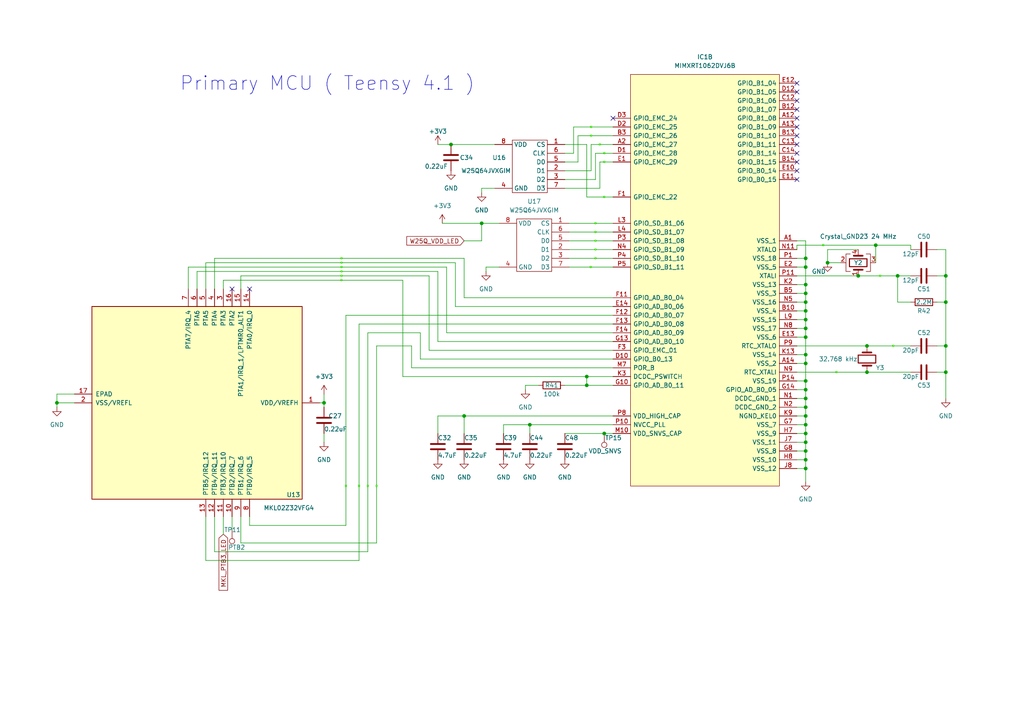
<source format=kicad_sch>
(kicad_sch (version 20231120) (generator "eeschema") (generator_version "8.0")
  (paper "A4")
  (lib_symbols
    (symbol "Connector:TestPoint" (pin_numbers hide) (pin_names (offset 0.762) hide)
      (property "Reference" "TP" (at 0 6.858 0))
      (property "Value" "TestPoint" (at 0 5.08 0))
      (symbol "TestPoint_0_1"
        (circle (center 0 3.302) (radius 0.762))
      )
      (symbol "TestPoint_1_1"
        (pin passive line (at 0 0 90) (length 2.54) (name "1") (number "1"))
      )
    )
    (symbol "Device:C" (pin_numbers hide) (pin_names (offset 0.254))
      (property "Reference" "C" (at 0.635 2.54 0))
      (property "Value" "C" (at 0.635 -2.54 0))
      (symbol "C_0_1"
        (polyline (pts (xy -2.032 -0.762) (xy 2.032 -0.762)) (stroke (width 0.508)))
        (polyline (pts (xy -2.032 0.762) (xy 2.032 0.762)) (stroke (width 0.508)))
      )
      (symbol "C_1_1"
        (pin passive line (at 0 3.81 270) (length 2.794) (name "~") (number "1"))
        (pin passive line (at 0 -3.81 90) (length 2.794) (name "~") (number "2"))
      )
    )
    (symbol "Device:Crystal" (pin_numbers hide) (pin_names (offset 1.016) hide)
      (property "Reference" "Y" (at 0 3.81 0))
      (property "Value" "Crystal" (at 0 -3.81 0))
      (symbol "Crystal_0_1"
        (rectangle (start -1.143 2.54) (end 1.143 -2.54) (stroke (width 0.3048)))
        (polyline (pts (xy -2.54 0) (xy -1.905 0)))
        (polyline (pts (xy -1.905 -1.27) (xy -1.905 1.27)) (stroke (width 0.508)))
        (polyline (pts (xy 1.905 -1.27) (xy 1.905 1.27)) (stroke (width 0.508)))
        (polyline (pts (xy 2.54 0) (xy 1.905 0)))
      )
      (symbol "Crystal_1_1"
        (pin passive line (at -3.81 0 0) (length 1.27) (name "1") (number "1"))
        (pin passive line (at 3.81 0 180) (length 1.27) (name "2") (number "2"))
      )
    )
    (symbol "Device:Crystal_GND23" (pin_names (offset 1.016) hide)
      (property "Reference" "Y" (at 3.175 5.08 0))
      (property "Value" "Crystal_GND23" (at 3.175 3.175 0))
      (symbol "Crystal_GND23_0_1"
        (rectangle (start -1.143 2.54) (end 1.143 -2.54) (stroke (width 0.3048)))
        (polyline (pts (xy -2.54 0) (xy -2.032 0)))
        (polyline (pts (xy -2.032 -1.27) (xy -2.032 1.27)) (stroke (width 0.508)))
        (polyline (pts (xy 0 -3.81) (xy 0 -3.556)))
        (polyline (pts (xy 0 3.556) (xy 0 3.81)))
        (polyline (pts (xy 2.032 -1.27) (xy 2.032 1.27)) (stroke (width 0.508)))
        (polyline (pts (xy 2.032 0) (xy 2.54 0)))
        (polyline (pts (xy -2.54 -2.286) (xy -2.54 -3.556) (xy 2.54 -3.556) (xy 2.54 -2.286)))
        (polyline (pts (xy -2.54 2.286) (xy -2.54 3.556) (xy 2.54 3.556) (xy 2.54 2.286)))
      )
      (symbol "Crystal_GND23_1_1"
        (pin passive line (at -3.81 0 0) (length 1.27) (name "1") (number "1"))
        (pin passive line (at 0 5.08 270) (length 1.27) (name "2") (number "2"))
        (pin passive line (at 0 -5.08 90) (length 1.27) (name "3") (number "3"))
        (pin passive line (at 3.81 0 180) (length 1.27) (name "4") (number "4"))
      )
    )
    (symbol "Device:R" (pin_numbers hide) (pin_names (offset 0))
      (property "Reference" "R" (at 2.032 0 90))
      (property "Value" "R" (at 0 0 90))
      (symbol "R_0_1"
        (rectangle (start -1.016 -2.54) (end 1.016 2.54) (stroke (width 0.254)))
      )
      (symbol "R_1_1"
        (pin passive line (at 0 3.81 270) (length 1.27) (name "~") (number "1"))
        (pin passive line (at 0 -3.81 90) (length 1.27) (name "~") (number "2"))
      )
    )
    (symbol "MCU_NXP_Kinetis:MKL02Z32VFG4" (pin_names (offset 1.016))
      (property "Reference" "U" (at -27.94 31.115 0))
      (property "Value" "MKL02Z32VFG4" (at 27.94 31.115 0))
      (symbol "MKL02Z32VFG4_0_1"
        (rectangle (start -27.94 30.48) (end 27.94 -30.48) (stroke (width 0.254)) (fill (type background)))
      )
      (symbol "MKL02Z32VFG4_1_1"
        (pin power_in line (at 0 35.56 270) (length 5.08) (name "VDD/VREFH") (number "1"))
        (pin bidirectional line (at 33.02 10.16 180) (length 5.08) (name "PTB2/IRQ_7") (number "10"))
        (pin bidirectional line (at 33.02 7.62 180) (length 5.08) (name "PTB3/IRQ_10") (number "11"))
        (pin bidirectional line (at 33.02 5.08 180) (length 5.08) (name "PTB4/IRQ_11") (number "12"))
        (pin bidirectional line (at 33.02 2.54 180) (length 5.08) (name "PTB5/IRQ_12") (number "13"))
        (pin bidirectional line (at -33.02 15.24 0) (length 5.08) (name "PTA0/IRQ_0") (number "14"))
        (pin bidirectional line (at -33.02 12.7 0) (length 5.08) (name "PTA1/IRQ_1/LPTMR0_ALT1") (number "15"))
        (pin bidirectional line (at -33.02 10.16 0) (length 5.08) (name "PTA2") (number "16"))
        (pin power_in line (at -2.54 -35.56 90) (length 5.08) (name "EPAD") (number "17"))
        (pin power_in line (at 0 -35.56 90) (length 5.08) (name "VSS/VREFL") (number "2"))
        (pin bidirectional line (at -33.02 7.62 0) (length 5.08) (name "PTA3") (number "3"))
        (pin bidirectional line (at -33.02 5.08 0) (length 5.08) (name "PTA4") (number "4"))
        (pin bidirectional line (at -33.02 2.54 0) (length 5.08) (name "PTA5") (number "5"))
        (pin bidirectional line (at -33.02 0 0) (length 5.08) (name "PTA6") (number "6"))
        (pin bidirectional line (at -33.02 -2.54 0) (length 5.08) (name "PTA7/IRQ_4") (number "7"))
        (pin bidirectional line (at 33.02 15.24 180) (length 5.08) (name "PTB0/IRQ_5") (number "8"))
        (pin bidirectional line (at 33.02 12.7 180) (length 5.08) (name "PTB1/IRQ_6") (number "9"))
      )
    )
    (symbol "MIMXRT1062DVJ6B:MIMXRT1062DVJ6B Teensy Split" (pin_names (offset 0.762))
      (property "Reference" "IC" (at 30.48 29.21 0))
      (property "Value" "MIMXRT1062DVJ6B" (at 30.48 26.67 0))
      (symbol "MIMXRT1062DVJ6B Teensy Split_1_0"
        (pin passive line (at 36.83 -50.8 180) (length 5.08) (name "GPIO_B0_11") (number "A10"))
        (pin passive line (at 36.83 -53.34 180) (length 5.08) (name "GPIO_B1_00") (number "A11"))
        (pin passive line (at -16.51 -78.74 0) (length 5.08) (name "GPIO_EMC_40") (number "A7"))
        (pin passive line (at 36.83 -55.88 180) (length 5.08) (name "GPIO_B1_01") (number "B11"))
        (pin passive line (at 36.83 -115.57 180) (length 5.08) (name "GPIO_B0_12") (number "C10"))
        (pin passive line (at 36.83 -125.73 180) (length 5.08) (name "GPIO_B1_02") (number "C11"))
        (pin passive line (at 36.83 -113.03 180) (length 5.08) (name "GPIO_EMC_36") (number "C3"))
        (pin passive line (at 36.83 -107.95 180) (length 5.08) (name "GPIO_EMC_31") (number "C5"))
        (pin passive line (at 36.83 -128.27 180) (length 5.08) (name "GPIO_B1_03") (number "D11"))
        (pin passive line (at 36.83 -123.19 180) (length 5.08) (name "GPIO_B1_12") (number "D13"))
        (pin passive line (at 36.83 -120.65 180) (length 5.08) (name "GPIO_B1_13") (number "D14"))
        (pin passive line (at 36.83 -105.41 180) (length 5.08) (name "GPIO_EMC_32") (number "D5"))
        (pin passive line (at 36.83 -48.26 180) (length 5.08) (name "GPIO_B0_00") (number "D7"))
        (pin passive line (at 36.83 -26.67 180) (length 5.08) (name "GPIO_B0_03") (number "D8"))
        (pin passive line (at 36.83 -58.42 180) (length 5.08) (name "GPIO_B0_10") (number "D9"))
        (pin passive line (at 36.83 -110.49 180) (length 5.08) (name "GPIO_EMC_37") (number "E4"))
        (pin passive line (at -16.51 -36.83 0) (length 5.08) (name "NVCC_EMC_1") (number "E6"))
        (pin passive line (at 36.83 -43.18 180) (length 5.08) (name "GPIO_B0_01") (number "E7"))
        (pin passive line (at 36.83 -45.72 180) (length 5.08) (name "GPIO_B0_02") (number "E8"))
        (pin passive line (at -16.51 -26.67 0) (length 5.08) (name "NVCC_GPIO_1") (number "E9"))
        (pin passive line (at -16.51 -29.21 0) (length 5.08) (name "NVCC_GPIO_2") (number "F10"))
        (pin passive line (at 36.83 -68.58 180) (length 5.08) (name "GPIO_EMC_04") (number "F2"))
        (pin passive line (at -16.51 -34.29 0) (length 5.08) (name "NVCC_EMC_2") (number "F5"))
        (pin passive line (at -16.51 -118.11 0) (length 5.08) (name "VDD_SOC_IN_1") (number "F6"))
        (pin passive line (at -16.51 -125.73 0) (length 5.08) (name "VDD_SOC_IN_2") (number "F7"))
        (pin passive line (at -16.51 -128.27 0) (length 5.08) (name "VDD_SOC_IN_3") (number "F8"))
        (pin passive line (at -16.51 -130.81 0) (length 5.08) (name "VDD_SOC_IN_4") (number "F9"))
        (pin passive line (at 36.83 -73.66 180) (length 5.08) (name "GPIO_AD_B0_03") (number "G11"))
        (pin passive line (at 36.83 -100.33 180) (length 5.08) (name "GPIO_AD_B1_14") (number "G12"))
        (pin passive line (at 36.83 -66.04 180) (length 5.08) (name "GPIO_EMC_05") (number "G5"))
        (pin passive line (at -16.51 -120.65 0) (length 5.08) (name "VDD_SOC_IN_5") (number "G6"))
        (pin passive line (at -16.51 -133.35 0) (length 5.08) (name "VDD_SOC_IN_6") (number "G9"))
        (pin passive line (at 36.83 -130.81 180) (length 5.08) (name "GPIO_AD_B1_13") (number "H11"))
        (pin passive line (at 36.83 -133.35 180) (length 5.08) (name "GPIO_AD_B1_12") (number "H12"))
        (pin passive line (at 36.83 -3.81 180) (length 5.08) (name "GPIO_AD_B1_08") (number "H13"))
        (pin passive line (at -16.51 -165.1 0) (length 5.08) (name "GPIO_SD_B0_04") (number "H2"))
        (pin passive line (at 36.83 -60.96 180) (length 5.08) (name "GPIO_EMC_08") (number "H3"))
        (pin passive line (at 36.83 -118.11 180) (length 5.08) (name "GPIO_EMC_07") (number "H4"))
        (pin passive line (at 36.83 -63.5 180) (length 5.08) (name "GPIO_EMC_06") (number "H5"))
        (pin passive line (at -16.51 -123.19 0) (length 5.08) (name "VDD_SOC_IN_7") (number "H6"))
        (pin passive line (at -16.51 -135.89 0) (length 5.08) (name "VDD_SOC_IN_8") (number "H9"))
        (pin passive line (at -16.51 -177.8 0) (length 5.08) (name "GPIO_SD_B0_02") (number "J1"))
        (pin passive line (at -16.51 -31.75 0) (length 5.08) (name "NVCC_GPIO_3") (number "J10"))
        (pin passive line (at 36.83 -11.43 180) (length 5.08) (name "GPIO_AD_B1_00") (number "J11"))
        (pin passive line (at 36.83 -16.51 180) (length 5.08) (name "GPIO_AD_B1_06") (number "J12"))
        (pin passive line (at 36.83 -6.35 180) (length 5.08) (name "GPIO_AD_B1_11") (number "J13"))
        (pin passive line (at 36.83 -102.87 180) (length 5.08) (name "GPIO_AD_B1_15") (number "J14"))
        (pin passive line (at -16.51 -167.64 0) (length 5.08) (name "GPIO_SD_B0_05") (number "J2"))
        (pin passive line (at -16.51 -173.99 0) (length 5.08) (name "GPIO_SD_B0_01") (number "J3"))
        (pin passive line (at -16.51 -170.18 0) (length 5.08) (name "GPIO_SD_B0_00") (number "J4"))
        (pin passive line (at -16.51 -140.97 0) (length 5.08) (name "DCDC_SENSE") (number "J5"))
        (pin passive line (at -16.51 -39.37 0) (length 5.08) (name "NVCC_SD0") (number "J6"))
        (pin passive line (at -16.51 -138.43 0) (length 5.08) (name "VDD_SOC_IN_9") (number "J9"))
        (pin passive line (at -16.51 -180.34 0) (length 5.08) (name "GPIO_SD_B0_03") (number "K1"))
        (pin passive line (at 36.83 -19.05 180) (length 5.08) (name "GPIO_AD_B1_07") (number "K10"))
        (pin passive line (at 36.83 -13.97 180) (length 5.08) (name "GPIO_AD_B1_01") (number "K11"))
        (pin passive line (at 36.83 -138.43 180) (length 5.08) (name "GPIO_AD_B1_05") (number "K12"))
        (pin passive line (at 36.83 -95.25 180) (length 5.08) (name "GPIO_AD_B0_12") (number "K14"))
        (pin passive line (at -16.51 -44.45 0) (length 5.08) (name "DCDC__IN_Q") (number "K4"))
        (pin passive line (at -16.51 -41.91 0) (length 5.08) (name "NVCC_SD1") (number "K5"))
        (pin passive line (at -16.51 -11.43 0) (length 5.08) (name "PMIC_ON_REQ") (number "K7"))
        (pin passive line (at -16.51 -151.13 0) (length 5.08) (name "VDD_USB_CAP") (number "K8"))
        (pin passive line (at -16.51 -64.77 0) (length 5.08) (name "DCDC_IN_1") (number "L1"))
        (pin passive line (at 36.83 -24.13 180) (length 5.08) (name "GPIO_AD_B1_02") (number "L11"))
        (pin passive line (at 36.83 -135.89 180) (length 5.08) (name "GPIO_AD_B1_04") (number "L12"))
        (pin passive line (at 36.83 -8.89 180) (length 5.08) (name "GPIO_AD_B1_10") (number "L13"))
        (pin passive line (at 36.83 -97.79 180) (length 5.08) (name "GPIO_AD_B0_13") (number "L14"))
        (pin passive line (at -16.51 -67.31 0) (length 5.08) (name "DCDC_IN_2") (number "L2"))
        (pin passive line (at -16.51 -55.88 0) (length 5.08) (name "USB_OTG1_DP") (number "L8"))
        (pin passive line (at -16.51 -88.9 0) (length 5.08) (name "DCDC_LP_1") (number "M1"))
        (pin passive line (at 36.83 -71.12 180) (length 5.08) (name "GPIO_AD_B0_02") (number "M11"))
        (pin passive line (at 36.83 -21.59 180) (length 5.08) (name "GPIO_AD_B1_03") (number "M12"))
        (pin passive line (at 36.83 -1.27 180) (length 5.08) (name "GPIO_AD_B1_09") (number "M13"))
        (pin passive line (at 36.83 -156.21 180) (length 5.08) (name "GPIO_AD_B0_00") (number "M14"))
        (pin passive line (at -16.51 -91.44 0) (length 5.08) (name "DCDC_LP_2") (number "M2"))
        (pin passive line (at -16.51 -156.21 0) (length 5.08) (name "ONOFF") (number "M6"))
        (pin passive line (at -16.51 -53.34 0) (length 5.08) (name "USB_OTG1_DN") (number "M8"))
        (pin passive line (at -16.51 -153.67 0) (length 5.08) (name "VDD_SNVS_IN") (number "M9"))
        (pin passive line (at -16.51 -24.13 0) (length 5.08) (name "VDDA_ADC_3P3") (number "N14"))
        (pin passive line (at -16.51 -1.27 0) (length 5.08) (name "USB_OTG1_VBUS") (number "N6"))
        (pin passive line (at -16.51 -101.6 0) (length 5.08) (name "USB_OTG2_DN") (number "N7"))
        (pin passive line (at -16.51 -21.59 0) (length 5.08) (name "VDD_HIGH_IN") (number "P12"))
        (pin passive line (at -16.51 -3.81 0) (length 5.08) (name "USB_OTG2_VBUS") (number "P6"))
        (pin passive line (at -16.51 -104.14 0) (length 5.08) (name "USB_OTG2_DP") (number "P7"))
      )
      (symbol "MIMXRT1062DVJ6B Teensy Split_1_1"
        (polyline (pts (xy -11.43 0) (xy 31.75 0) (xy 31.75 -181.61) (xy -11.43 -181.61) (xy -11.43 0)) (stroke (width 0.1524)) (fill (type background)))
      )
      (symbol "MIMXRT1062DVJ6B Teensy Split_2_0"
        (pin passive line (at 29.21 -50.8 180) (length 5.08) (name "VSS_1") (number "A1"))
        (pin passive line (at 29.21 -15.24 180) (length 5.08) (name "GPIO_B1_08") (number "A12"))
        (pin passive line (at 29.21 -17.78 180) (length 5.08) (name "GPIO_B1_09") (number "A13"))
        (pin passive line (at 29.21 -86.36 180) (length 5.08) (name "VSS_2") (number "A14"))
        (pin passive line (at -24.13 -22.86 0) (length 5.08) (name "GPIO_EMC_27") (number "A2"))
        (pin passive line (at 29.21 -71.12 180) (length 5.08) (name "VSS_4") (number "B10"))
        (pin passive line (at 29.21 -12.7 180) (length 5.08) (name "GPIO_B1_07") (number "B12"))
        (pin passive line (at 29.21 -20.32 180) (length 5.08) (name "GPIO_B1_10") (number "B13"))
        (pin passive line (at 29.21 -27.94 180) (length 5.08) (name "GPIO_B1_15") (number "B14"))
        (pin passive line (at -24.13 -20.32 0) (length 5.08) (name "GPIO_EMC_26") (number "B3"))
        (pin passive line (at 29.21 -66.04 180) (length 5.08) (name "VSS_3") (number "B5"))
        (pin passive line (at 29.21 -10.16 180) (length 5.08) (name "GPIO_B1_06") (number "C12"))
        (pin passive line (at 29.21 -22.86 180) (length 5.08) (name "GPIO_B1_11") (number "C13"))
        (pin passive line (at 29.21 -25.4 180) (length 5.08) (name "GPIO_B1_14") (number "C14"))
        (pin passive line (at -24.13 -25.4 0) (length 5.08) (name "GPIO_EMC_28") (number "D1"))
        (pin passive line (at -24.13 -85.09 0) (length 5.08) (name "GPIO_B0_13") (number "D10"))
        (pin passive line (at 29.21 -7.62 180) (length 5.08) (name "GPIO_B1_05") (number "D12"))
        (pin passive line (at -24.13 -17.78 0) (length 5.08) (name "GPIO_EMC_25") (number "D2"))
        (pin passive line (at -24.13 -15.24 0) (length 5.08) (name "GPIO_EMC_24") (number "D3"))
        (pin passive line (at -24.13 -27.94 0) (length 5.08) (name "GPIO_EMC_29") (number "E1"))
        (pin passive line (at 29.21 -30.48 180) (length 5.08) (name "GPIO_B0_14") (number "E10"))
        (pin passive line (at 29.21 -33.02 180) (length 5.08) (name "GPIO_B0_15") (number "E11"))
        (pin passive line (at 29.21 -5.08 180) (length 5.08) (name "GPIO_B1_04") (number "E12"))
        (pin passive line (at 29.21 -78.74 180) (length 5.08) (name "VSS_6") (number "E13"))
        (pin passive line (at -24.13 -69.85 0) (length 5.08) (name "GPIO_AD_B0_06") (number "E14"))
        (pin passive line (at 29.21 -58.42 180) (length 5.08) (name "VSS_5") (number "E2"))
        (pin passive line (at -24.13 -38.1 0) (length 5.08) (name "GPIO_EMC_22") (number "F1"))
        (pin passive line (at -24.13 -67.31 0) (length 5.08) (name "GPIO_AD_B0_04") (number "F11"))
        (pin passive line (at -24.13 -72.39 0) (length 5.08) (name "GPIO_AD_B0_07") (number "F12"))
        (pin passive line (at -24.13 -74.93 0) (length 5.08) (name "GPIO_AD_B0_08") (number "F13"))
        (pin passive line (at -24.13 -77.47 0) (length 5.08) (name "GPIO_AD_B0_09") (number "F14"))
        (pin passive line (at -24.13 -82.55 0) (length 5.08) (name "GPIO_EMC_01") (number "F3"))
        (pin passive line (at -24.13 -92.71 0) (length 5.08) (name "GPIO_AD_B0_11") (number "G10"))
        (pin passive line (at -24.13 -80.01 0) (length 5.08) (name "GPIO_AD_B0_10") (number "G13"))
        (pin passive line (at 29.21 -93.98 180) (length 5.08) (name "GPIO_AD_B0_05") (number "G14"))
        (pin passive line (at 29.21 -104.14 180) (length 5.08) (name "VSS_7") (number "G7"))
        (pin passive line (at 29.21 -111.76 180) (length 5.08) (name "VSS_8") (number "G8"))
        (pin passive line (at 29.21 -106.68 180) (length 5.08) (name "VSS_9") (number "H7"))
        (pin passive line (at 29.21 -114.3 180) (length 5.08) (name "VSS_10") (number "H8"))
        (pin passive line (at 29.21 -109.22 180) (length 5.08) (name "VSS_11") (number "J7"))
        (pin passive line (at 29.21 -116.84 180) (length 5.08) (name "VSS_12") (number "J8"))
        (pin passive line (at 29.21 -83.82 180) (length 5.08) (name "VSS_14") (number "K13"))
        (pin passive line (at 29.21 -63.5 180) (length 5.08) (name "VSS_13") (number "K2"))
        (pin passive line (at -24.13 -90.17 0) (length 5.08) (name "DCDC_PSWITCH") (number "K3"))
        (pin passive line (at 29.21 -101.6 180) (length 5.08) (name "NGND_KEL0") (number "K9"))
        (pin passive line (at -24.13 -45.72 0) (length 5.08) (name "GPIO_SD_B1_06") (number "L3"))
        (pin passive line (at -24.13 -48.26 0) (length 5.08) (name "GPIO_SD_B1_07") (number "L4"))
        (pin passive line (at 29.21 -73.66 180) (length 5.08) (name "VSS_15") (number "L9"))
        (pin passive line (at -24.13 -106.68 0) (length 5.08) (name "VDD_SNVS_CAP") (number "M10"))
        (pin passive line (at -24.13 -87.63 0) (length 5.08) (name "POR_B") (number "M7"))
        (pin passive line (at 29.21 -96.52 180) (length 5.08) (name "DCDC_GND_1") (number "N1"))
        (pin passive line (at 29.21 -53.34 180) (length 5.08) (name "XTALO") (number "N11"))
        (pin passive line (at 29.21 -99.06 180) (length 5.08) (name "DCDC_GND_2") (number "N2"))
        (pin passive line (at -24.13 -53.34 0) (length 5.08) (name "GPIO_SD_B1_09") (number "N4"))
        (pin passive line (at 29.21 -68.58 180) (length 5.08) (name "VSS_16") (number "N5"))
        (pin passive line (at 29.21 -76.2 180) (length 5.08) (name "VSS_17") (number "N8"))
        (pin passive line (at 29.21 -88.9 180) (length 5.08) (name "RTC_XTALI") (number "N9"))
        (pin passive line (at 29.21 -55.88 180) (length 5.08) (name "VSS_18") (number "P1"))
        (pin passive line (at -24.13 -104.14 0) (length 5.08) (name "NVCC_PLL") (number "P10"))
        (pin passive line (at 29.21 -60.96 180) (length 5.08) (name "XTALI") (number "P11"))
        (pin passive line (at 29.21 -91.44 180) (length 5.08) (name "VSS_19") (number "P14"))
        (pin passive line (at -24.13 -50.8 0) (length 5.08) (name "GPIO_SD_B1_08") (number "P3"))
        (pin passive line (at -24.13 -55.88 0) (length 5.08) (name "GPIO_SD_B1_10") (number "P4"))
        (pin passive line (at -24.13 -58.42 0) (length 5.08) (name "GPIO_SD_B1_11") (number "P5"))
        (pin passive line (at -24.13 -101.6 0) (length 5.08) (name "VDD_HIGH_CAP") (number "P8"))
        (pin passive line (at 29.21 -81.28 180) (length 5.08) (name "RTC_XTALO") (number "P9"))
      )
      (symbol "MIMXRT1062DVJ6B Teensy Split_2_1"
        (polyline (pts (xy -19.05 -2.54) (xy 24.13 -2.54) (xy 24.13 -121.92) (xy -19.05 -121.92) (xy -19.05 -2.54)) (stroke (width 0.1524)) (fill (type background)))
      )
    )
    (symbol "MIMXRT1062DVJ6B:W25Q64VXGIM"
      (property "Reference" "U" (at 0 12.7 0))
      (property "Value" "W25Q64VXGIM" (at 0 10.16 0))
      (symbol "W25Q64VXGIM_0_1"
        (rectangle (start -5.08 7.62) (end 5.08 -7.62) (stroke (width 0.1524)))
      )
      (symbol "W25Q64VXGIM_1_1"
        (pin input line (at 10.16 6.35 180) (length 5.08) (name "CS") (number "1"))
        (pin output line (at 10.16 -1.27 180) (length 5.08) (name "D1") (number "2"))
        (pin output line (at 10.16 -3.81 180) (length 5.08) (name "D2") (number "3"))
        (pin power_in line (at -10.16 -6.35 0) (length 5.08) (name "GND") (number "4"))
        (pin output line (at 10.16 1.27 180) (length 5.08) (name "D0") (number "5"))
        (pin input line (at 10.16 3.81 180) (length 5.08) (name "CLK") (number "6"))
        (pin output line (at 10.16 -6.35 180) (length 5.08) (name "D3") (number "7"))
        (pin power_in line (at -10.16 6.35 0) (length 5.08) (name "VDD") (number "8"))
      )
    )
    (symbol "power:+3V3" (power) (pin_names (offset 0))
      (property "Value" "+3V3" (at 0 3.556 0))
      (symbol "+3V3_0_1"
        (polyline (pts (xy -0.762 1.27) (xy 0 2.54)))
        (polyline (pts (xy 0 0) (xy 0 2.54)))
        (polyline (pts (xy 0 2.54) (xy 0.762 1.27)))
      )
      (symbol "+3V3_1_1"
        (pin power_in line (at 0 0 90) (length 0) hide (name "+3V3") (number "1"))
      )
    )
    (symbol "power:GND" (power) (pin_names (offset 0))
      (property "Value" "GND" (at 0 -3.81 0))
      (symbol "GND_0_1"
        (polyline (pts (xy 0 0) (xy 0 -1.27) (xy 1.27 -1.27) (xy 0 -2.54) (xy -1.27 -1.27) (xy 0 -1.27)))
      )
      (symbol "GND_1_1"
        (pin power_in line (at 0 0 270) (length 0) hide (name "GND") (number "1"))
      )
    )
  )
  (junction (at 233.68 95.25))
  (junction (at 233.68 102.87))
  (junction (at 233.68 133.35))
  (junction (at 233.68 125.73))
  (junction (at 233.68 77.47))
  (junction (at 233.68 123.19))
  (junction (at 274.32 107.95))
  (junction (at 240.03 76.2))
  (junction (at 233.68 97.79))
  (junction (at 251.46 100.33))
  (junction (at 233.68 130.81))
  (junction (at 233.68 113.03))
  (junction (at 153.67 123.19))
  (junction (at 233.68 110.49))
  (junction (at 274.32 100.33))
  (junction (at 254 71.12))
  (junction (at 233.68 87.63))
  (junction (at 233.68 85.09))
  (junction (at 170.18 111.76))
  (junction (at 233.68 135.89))
  (junction (at 274.32 87.63))
  (junction (at 274.32 80.01))
  (junction (at 139.7 64.77))
  (junction (at 233.68 90.17))
  (junction (at 175.26 125.73))
  (junction (at 233.68 105.41))
  (junction (at 248.92 80.01))
  (junction (at 233.68 115.57))
  (junction (at 233.68 92.71))
  (junction (at 233.68 128.27))
  (junction (at 170.18 109.22))
  (junction (at 233.68 118.11))
  (junction (at 251.46 107.95))
  (junction (at 233.68 74.93))
  (junction (at 233.68 120.65))
  (junction (at 134.62 120.65))
  (junction (at 130.81 41.91))
  (junction (at 233.68 82.55))
  (junction (at 260.35 80.01))
  (junction (at 16.51 116.84))
  (junction (at 93.98 116.84))
  (no_connect (at 231.14 49.53))
  (no_connect (at 231.14 41.91))
  (no_connect (at 231.14 24.13))
  (no_connect (at 231.14 46.99))
  (no_connect (at 231.14 34.29))
  (no_connect (at 67.31 83.82))
  (no_connect (at 231.14 26.67))
  (no_connect (at 177.8 34.29))
  (no_connect (at 231.14 44.45))
  (no_connect (at 231.14 31.75))
  (no_connect (at 231.14 52.07))
  (no_connect (at 231.14 29.21))
  (no_connect (at 72.39 83.82))
  (no_connect (at 231.14 39.37))
  (no_connect (at 231.14 36.83))
  (wire (pts (xy 166.37 36.83) (xy 177.8 36.83)))
  (wire (pts (xy 146.05 125.73) (xy 146.05 123.19)))
  (wire (pts (xy 116.84 109.22) (xy 170.18 109.22)))
  (wire (pts (xy 127 41.91) (xy 130.81 41.91)))
  (wire (pts (xy 233.68 97.79) (xy 231.14 97.79)))
  (wire (pts (xy 140.97 78.74) (xy 140.97 77.47)))
  (wire (pts (xy 254 71.12) (xy 254 76.2)))
  (wire (pts (xy 127 125.73) (xy 127 120.65)))
  (wire (pts (xy 231.14 71.12) (xy 254 71.12)))
  (wire (pts (xy 100.33 152.4) (xy 100.33 91.44)))
  (wire (pts (xy 274.32 107.95) (xy 274.32 115.57)))
  (wire (pts (xy 59.69 162.56) (xy 104.14 162.56)))
  (wire (pts (xy 248.92 80.01) (xy 260.35 80.01)))
  (wire (pts (xy 59.69 149.86) (xy 59.69 162.56)))
  (wire (pts (xy 134.62 120.65) (xy 177.8 120.65)))
  (wire (pts (xy 175.26 125.73) (xy 177.8 125.73)))
  (wire (pts (xy 130.81 41.91) (xy 143.51 41.91)))
  (wire (pts (xy 139.7 54.61) (xy 143.51 54.61)))
  (wire (pts (xy 92.71 116.84) (xy 93.98 116.84)))
  (wire (pts (xy 233.68 95.25) (xy 231.14 95.25)))
  (wire (pts (xy 173.99 46.99) (xy 177.8 46.99)))
  (wire (pts (xy 127 99.06) (xy 177.8 99.06)))
  (wire (pts (xy 165.1 69.85) (xy 177.8 69.85)))
  (wire (pts (xy 153.67 125.73) (xy 153.67 123.19)))
  (wire (pts (xy 67.31 149.86) (xy 67.31 153.67)))
  (wire (pts (xy 165.1 67.31) (xy 177.8 67.31)))
  (wire (pts (xy 172.72 44.45) (xy 177.8 44.45)))
  (wire (pts (xy 132.08 76.2) (xy 132.08 88.9)))
  (wire (pts (xy 248.92 72.39) (xy 240.03 72.39)))
  (wire (pts (xy 139.7 54.61) (xy 139.7 55.88)))
  (wire (pts (xy 233.68 115.57) (xy 233.68 118.11)))
  (wire (pts (xy 274.32 72.39) (xy 271.78 72.39)))
  (wire (pts (xy 233.68 92.71) (xy 231.14 92.71)))
  (wire (pts (xy 233.68 74.93) (xy 233.68 77.47)))
  (wire (pts (xy 233.68 92.71) (xy 233.68 95.25)))
  (wire (pts (xy 233.68 85.09) (xy 233.68 87.63)))
  (wire (pts (xy 260.35 80.01) (xy 264.16 80.01)))
  (wire (pts (xy 119.38 100.33) (xy 119.38 106.68)))
  (wire (pts (xy 124.46 80.01) (xy 124.46 101.6)))
  (wire (pts (xy 121.92 104.14) (xy 177.8 104.14)))
  (wire (pts (xy 233.68 69.85) (xy 231.14 69.85)))
  (wire (pts (xy 128.27 64.77) (xy 139.7 64.77)))
  (wire (pts (xy 172.72 52.07) (xy 172.72 44.45)))
  (wire (pts (xy 127 120.65) (xy 134.62 120.65)))
  (wire (pts (xy 233.68 90.17) (xy 233.68 92.71)))
  (wire (pts (xy 93.98 116.84) (xy 93.98 118.11)))
  (wire (pts (xy 274.32 100.33) (xy 271.78 100.33)))
  (wire (pts (xy 233.68 120.65) (xy 231.14 120.65)))
  (wire (pts (xy 62.23 149.86) (xy 62.23 160.02)))
  (wire (pts (xy 139.7 69.85) (xy 139.7 64.77)))
  (wire (pts (xy 260.35 87.63) (xy 260.35 80.01)))
  (wire (pts (xy 231.14 71.12) (xy 231.14 72.39)))
  (wire (pts (xy 264.16 87.63) (xy 260.35 87.63)))
  (wire (pts (xy 93.98 114.3) (xy 93.98 116.84)))
  (wire (pts (xy 163.83 111.76) (xy 170.18 111.76)))
  (wire (pts (xy 16.51 114.3) (xy 16.51 116.84)))
  (wire (pts (xy 233.68 110.49) (xy 233.68 113.03)))
  (wire (pts (xy 69.85 157.48) (xy 109.22 157.48)))
  (wire (pts (xy 134.62 69.85) (xy 139.7 69.85)))
  (wire (pts (xy 233.68 113.03) (xy 231.14 113.03)))
  (wire (pts (xy 274.32 72.39) (xy 274.32 80.01)))
  (wire (pts (xy 233.68 87.63) (xy 233.68 90.17)))
  (wire (pts (xy 69.85 80.01) (xy 124.46 80.01)))
  (wire (pts (xy 274.32 87.63) (xy 271.78 87.63)))
  (wire (pts (xy 233.68 125.73) (xy 233.68 128.27)))
  (wire (pts (xy 167.64 39.37) (xy 177.8 39.37)))
  (wire (pts (xy 274.32 100.33) (xy 274.32 107.95)))
  (wire (pts (xy 240.03 72.39) (xy 240.03 76.2)))
  (wire (pts (xy 233.68 123.19) (xy 231.14 123.19)))
  (wire (pts (xy 57.15 78.74) (xy 127 78.74)))
  (wire (pts (xy 233.68 118.11) (xy 233.68 120.65)))
  (wire (pts (xy 93.98 125.73) (xy 93.98 128.27)))
  (wire (pts (xy 171.45 49.53) (xy 171.45 41.91)))
  (wire (pts (xy 104.14 162.56) (xy 104.14 93.98)))
  (wire (pts (xy 16.51 118.11) (xy 16.51 116.84)))
  (wire (pts (xy 54.61 83.82) (xy 54.61 77.47)))
  (wire (pts (xy 16.51 116.84) (xy 21.59 116.84)))
  (wire (pts (xy 170.18 109.22) (xy 177.8 109.22)))
  (wire (pts (xy 233.68 77.47) (xy 233.68 82.55)))
  (wire (pts (xy 233.68 118.11) (xy 231.14 118.11)))
  (wire (pts (xy 167.64 46.99) (xy 167.64 39.37)))
  (wire (pts (xy 153.67 123.19) (xy 177.8 123.19)))
  (wire (pts (xy 264.16 71.12) (xy 264.16 72.39)))
  (wire (pts (xy 233.68 95.25) (xy 233.68 97.79)))
  (wire (pts (xy 233.68 85.09) (xy 231.14 85.09)))
  (wire (pts (xy 233.68 87.63) (xy 231.14 87.63)))
  (wire (pts (xy 233.68 125.73) (xy 231.14 125.73)))
  (wire (pts (xy 233.68 110.49) (xy 231.14 110.49)))
  (wire (pts (xy 64.77 81.28) (xy 116.84 81.28)))
  (wire (pts (xy 233.68 74.93) (xy 231.14 74.93)))
  (wire (pts (xy 165.1 72.39) (xy 177.8 72.39)))
  (wire (pts (xy 109.22 100.33) (xy 119.38 100.33)))
  (wire (pts (xy 64.77 83.82) (xy 64.77 81.28)))
  (wire (pts (xy 134.62 125.73) (xy 134.62 120.65)))
  (wire (pts (xy 170.18 109.22) (xy 170.18 111.76)))
  (wire (pts (xy 59.69 76.2) (xy 59.69 83.82)))
  (wire (pts (xy 129.54 77.47) (xy 129.54 96.52)))
  (wire (pts (xy 165.1 74.93) (xy 177.8 74.93)))
  (wire (pts (xy 129.54 96.52) (xy 177.8 96.52)))
  (wire (pts (xy 116.84 81.28) (xy 116.84 109.22)))
  (wire (pts (xy 233.68 123.19) (xy 233.68 125.73)))
  (wire (pts (xy 233.68 105.41) (xy 231.14 105.41)))
  (wire (pts (xy 62.23 83.82) (xy 62.23 74.93)))
  (wire (pts (xy 124.46 101.6) (xy 177.8 101.6)))
  (wire (pts (xy 231.14 80.01) (xy 248.92 80.01)))
  (wire (pts (xy 163.83 49.53) (xy 171.45 49.53)))
  (wire (pts (xy 233.68 128.27) (xy 231.14 128.27)))
  (wire (pts (xy 170.18 57.15) (xy 177.8 57.15)))
  (wire (pts (xy 233.68 77.47) (xy 231.14 77.47)))
  (wire (pts (xy 163.83 44.45) (xy 166.37 44.45)))
  (wire (pts (xy 274.32 87.63) (xy 274.32 100.33)))
  (wire (pts (xy 231.14 100.33) (xy 251.46 100.33)))
  (wire (pts (xy 233.68 133.35) (xy 233.68 135.89)))
  (wire (pts (xy 156.21 111.76) (xy 152.4 111.76)))
  (wire (pts (xy 106.68 160.02) (xy 106.68 96.52)))
  (wire (pts (xy 171.45 41.91) (xy 177.8 41.91)))
  (wire (pts (xy 104.14 93.98) (xy 177.8 93.98)))
  (wire (pts (xy 274.32 107.95) (xy 271.78 107.95)))
  (wire (pts (xy 139.7 64.77) (xy 144.78 64.77)))
  (wire (pts (xy 251.46 107.95) (xy 264.16 107.95)))
  (wire (pts (xy 72.39 149.86) (xy 72.39 152.4)))
  (wire (pts (xy 233.68 115.57) (xy 231.14 115.57)))
  (wire (pts (xy 177.8 111.76) (xy 170.18 111.76)))
  (wire (pts (xy 233.68 120.65) (xy 233.68 123.19)))
  (wire (pts (xy 231.14 107.95) (xy 251.46 107.95)))
  (wire (pts (xy 233.68 82.55) (xy 233.68 85.09)))
  (wire (pts (xy 54.61 77.47) (xy 129.54 77.47)))
  (wire (pts (xy 62.23 74.93) (xy 134.62 74.93)))
  (wire (pts (xy 233.68 133.35) (xy 231.14 133.35)))
  (wire (pts (xy 166.37 44.45) (xy 166.37 36.83)))
  (wire (pts (xy 240.03 76.2) (xy 243.84 76.2)))
  (wire (pts (xy 62.23 160.02) (xy 106.68 160.02)))
  (wire (pts (xy 57.15 83.82) (xy 57.15 78.74)))
  (wire (pts (xy 146.05 123.19) (xy 153.67 123.19)))
  (wire (pts (xy 233.68 130.81) (xy 231.14 130.81)))
  (wire (pts (xy 233.68 105.41) (xy 233.68 110.49)))
  (wire (pts (xy 233.68 69.85) (xy 233.68 74.93)))
  (wire (pts (xy 163.83 41.91) (xy 170.18 41.91)))
  (wire (pts (xy 163.83 52.07) (xy 172.72 52.07)))
  (wire (pts (xy 233.68 97.79) (xy 233.68 102.87)))
  (wire (pts (xy 21.59 114.3) (xy 16.51 114.3)))
  (wire (pts (xy 233.68 82.55) (xy 231.14 82.55)))
  (wire (pts (xy 233.68 90.17) (xy 231.14 90.17)))
  (wire (pts (xy 109.22 157.48) (xy 109.22 100.33)))
  (wire (pts (xy 59.69 76.2) (xy 132.08 76.2)))
  (wire (pts (xy 152.4 111.76) (xy 152.4 113.03)))
  (wire (pts (xy 233.68 135.89) (xy 233.68 139.7)))
  (wire (pts (xy 233.68 113.03) (xy 233.68 115.57)))
  (wire (pts (xy 119.38 106.68) (xy 177.8 106.68)))
  (wire (pts (xy 233.68 102.87) (xy 231.14 102.87)))
  (wire (pts (xy 121.92 96.52) (xy 121.92 104.14)))
  (wire (pts (xy 132.08 88.9) (xy 177.8 88.9)))
  (wire (pts (xy 163.83 54.61) (xy 173.99 54.61)))
  (wire (pts (xy 254 71.12) (xy 264.16 71.12)))
  (wire (pts (xy 233.68 135.89) (xy 231.14 135.89)))
  (wire (pts (xy 69.85 83.82) (xy 69.85 80.01)))
  (wire (pts (xy 233.68 102.87) (xy 233.68 105.41)))
  (wire (pts (xy 134.62 86.36) (xy 177.8 86.36)))
  (wire (pts (xy 165.1 64.77) (xy 177.8 64.77)))
  (wire (pts (xy 72.39 152.4) (xy 100.33 152.4)))
  (wire (pts (xy 100.33 91.44) (xy 177.8 91.44)))
  (wire (pts (xy 251.46 100.33) (xy 264.16 100.33)))
  (wire (pts (xy 69.85 149.86) (xy 69.85 157.48)))
  (wire (pts (xy 170.18 41.91) (xy 170.18 57.15)))
  (wire (pts (xy 274.32 80.01) (xy 274.32 87.63)))
  (wire (pts (xy 106.68 96.52) (xy 121.92 96.52)))
  (wire (pts (xy 165.1 77.47) (xy 177.8 77.47)))
  (wire (pts (xy 163.83 125.73) (xy 175.26 125.73)))
  (wire (pts (xy 134.62 74.93) (xy 134.62 86.36)))
  (wire (pts (xy 173.99 54.61) (xy 173.99 46.99)))
  (wire (pts (xy 163.83 46.99) (xy 167.64 46.99)))
  (wire (pts (xy 274.32 80.01) (xy 271.78 80.01)))
  (wire (pts (xy 233.68 128.27) (xy 233.68 130.81)))
  (wire (pts (xy 127 78.74) (xy 127 99.06)))
  (wire (pts (xy 64.77 149.86) (xy 64.77 154.94)))
  (wire (pts (xy 233.68 130.81) (xy 233.68 133.35)))
  (wire (pts (xy 140.97 77.47) (xy 144.78 77.47)))
  (text "Primary MCU ( Teensy 4.1 )" (at 52.07 26.67 0) (effects (font (size 4 4)) (justify left bottom)))
  (global_label "MKL_PTB3_LED" (shape input) (at 64.77 154.94 270) (property "Intersheetrefs" "${INTERSHEET_REFS}" (effects (hide yes))))
  (global_label "W25Q_VDD_LED" (shape input) (at 134.62 69.85 180) (property "Intersheetrefs" "${INTERSHEET_REFS}" (effects (hide yes))))
  (netclass_flag "" (length 0.05) (shape dot) (at 172.72 74.93 0) (property "Netclass" "signal" (effects (hide yes))))
  (netclass_flag "" (length 0.05) (shape dot) (at 173.99 41.91 0) (property "Netclass" "signal" (effects (hide yes))))
  (netclass_flag "" (length 0.05) (shape dot) (at 99.0291 81.28 0) (property "Netclass" "signal" (effects (hide yes))))
  (netclass_flag "" (length 0.05) (shape dot) (at 171.45 39.37 0) (property "Netclass" "signal" (effects (hide yes))))
  (netclass_flag "" (length 0.05) (shape dot) (at 99.06 77.47 0) (property "Netclass" "signal" (effects (hide yes))))
  (netclass_flag "" (length 0.05) (shape dot) (at 255.27 80.01 0) (property "Netclass" "signal" (effects (hide yes))))
  (netclass_flag "" (length 0.05) (shape dot) (at 99.06 78.74 0) (property "Netclass" "signal" (effects (hide yes))))
  (netclass_flag "" (length 0.05) (shape dot) (at 259.08 100.33 0) (property "Netclass" "signal" (effects (hide yes))))
  (netclass_flag "" (length 0.05) (shape dot) (at 172.72 67.31 0) (property "Netclass" "signal" (effects (hide yes))))
  (netclass_flag "" (length 0.05) (shape dot) (at 171.45 36.83 0) (property "Netclass" "signal" (effects (hide yes))))
  (netclass_flag "" (length 0.05) (shape dot) (at 106.68 140.97 0) (property "Netclass" "signal" (effects (hide yes))))
  (netclass_flag "" (length 0.05) (shape dot) (at 172.72 64.77 0) (property "Netclass" "signal" (effects (hide yes))))
  (netclass_flag "" (length 0.05) (shape dot) (at 171.3212 77.47 0) (property "Netclass" "signal" (effects (hide yes))))
  (netclass_flag "" (length 0.05) (shape dot) (at 99.06 80.01 0) (property "Netclass" "signal" (effects (hide yes))))
  (netclass_flag "" (length 0.05) (shape dot) (at 175.2289 57.15 0) (property "Netclass" "signal" (effects (hide yes))))
  (netclass_flag "" (length 0.05) (shape dot) (at 109.22 140.97 0) (property "Netclass" "signal" (effects (hide yes))))
  (netclass_flag "" (length 0.05) (shape dot) (at 104.14 140.97 0) (property "Netclass" "signal" (effects (hide yes))))
  (netclass_flag "" (length 0.05) (shape dot) (at 175.26 44.45 0) (property "Netclass" "signal" (effects (hide yes))))
  (netclass_flag "" (length 0.05) (shape dot) (at 99.06 74.93 0) (property "Netclass" "signal" (effects (hide yes))))
  (netclass_flag "" (length 0.05) (shape dot) (at 99.06 76.2 0) (property "Netclass" "signal" (effects (hide yes))))
  (netclass_flag "" (length 0.05) (shape dot) (at 172.72 72.39 0) (property "Netclass" "signal" (effects (hide yes))))
  (netclass_flag "" (length 0.05) (shape dot) (at 242.57 107.95 0) (property "Netclass" "signal" (effects (hide yes))))
  (netclass_flag "" (length 0.05) (shape dot) (at 172.72 69.85 0) (property "Netclass" "signal" (effects (hide yes))))
  (netclass_flag "" (length 0.05) (shape dot) (at 100.33 140.97 0) (property "Netclass" "signal" (effects (hide yes))))
  (netclass_flag "" (length 0.05) (shape dot) (at 238.76 71.12 0) (property "Netclass" "signal" (effects (hide yes))))
  (netclass_flag "" (length 0.05) (shape dot) (at 175.26 46.99 0) (property "Netclass" "signal" (effects (hide yes))))
  (symbol (lib_id "power:GND") (at 163.83 133.35 0) (unit 1)
    (property "Reference" "#PWR0173" (effects (hide yes)))
    (property "Value" "GND" (at 163.83 138.43 0))
  )
  (symbol (lib_id "MIMXRT1062DVJ6B:MIMXRT1062DVJ6B Teensy Split") (at 201.93 19.05 0) (unit 2)
    (property "Reference" "IC1" (at 204.47 16.51 0))
    (property "Value" "MIMXRT1062DVJ6B" (at 204.47 19.05 0))
    (property "Footprint" "MIMXRT1062DVJ6B:BGA196C80P14X14_1200X1200X152" (effects (hide yes)))
    (property "Datasheet" "https://www.nxp.com/docs/en/nxp/data-sheets/IMXRT1060CEC.pdf" (effects (hide yes)))
    (property "Description" "IC MCU 32BIT EXT MEM 196MAPBGA" (effects (hide yes)))
    (property "Height" "1.52" (effects (hide yes)))
    (property "Mouser Part Number" "771-MIMXRT1062DVJ6B" (effects (hide yes)))
    (property "Mouser Price/Stock" "https://www.mouser.co.uk/ProductDetail/NXP-Semiconductors/MIMXRT1062DVJ6B?qs=BJlw7L4Cy7%252B08A9rbTO5WQ%3D%3D" (effects (hide yes)))
    (property "Manufacturer_Name" "NXP" (effects (hide yes)))
    (property "Manufacturer_Part_Number" "MIMXRT1062DVJ6B" (effects (hide yes)))
  )
  (symbol (lib_id "power:GND") (at 139.7 55.88 0) (unit 1)
    (property "Reference" "#PWR0168" (effects (hide yes)))
    (property "Value" "GND" (at 139.7 60.96 0))
  )
  (symbol (lib_id "power:GND") (at 16.51 118.11 0) (unit 1)
    (property "Reference" "#PWR0160" (effects (hide yes)))
    (property "Value" "GND" (at 16.51 123.19 0))
  )
  (symbol (lib_id "power:GND") (at 93.98 128.27 0) (unit 1)
    (property "Reference" "#PWR0162" (effects (hide yes)))
    (property "Value" "GND" (at 93.98 133.35 0))
  )
  (symbol (lib_id "Device:C") (at 267.97 72.39 90) (unit 1)
    (property "Reference" "C50" (at 267.97 68.58 90))
    (property "Value" "12pF" (at 264.16 73.66 90))
    (property "Footprint" "Capacitor_SMD:C_0402_1005Metric" (effects (hide yes)))
  )
  (symbol (lib_id "MCU_NXP_Kinetis:MKL02Z32VFG4") (at 57.15 116.84 270) (unit 1)
    (property "Reference" "U13" (at 85.09 143.51 90))
    (property "Value" "MKL02Z32VFG4" (at 83.82 147.32 90))
    (property "Footprint" "Package_DFN_QFN:QFN-16-1EP_3x3mm_P0.5mm_EP1.9x1.9mm" (effects (hide yes)))
    (property "Datasheet" "http://www.nxp.com/docs/en/data-sheet/KL02P32M48SF0.pdf" (effects (hide yes)))
  )
  (symbol (lib_id "MIMXRT1062DVJ6B:W25Q64VXGIM") (at 154.94 71.12 0) (unit 1)
    (property "Reference" "U17" (at 154.94 58.42 0))
    (property "Value" "W25Q64JVXGIM" (at 154.94 60.96 0))
    (property "Footprint" "MIMXRT1062DVJ6B:XSON8_4x4mm" (effects (hide yes)))
  )
  (symbol (lib_id "Device:R") (at 160.02 111.76 270) (unit 1)
    (property "Reference" "R41" (at 160.02 111.76 90))
    (property "Value" "100k" (at 160.02 114.3 90))
    (property "Footprint" "Resistor_SMD:R_0603_1608Metric" (effects (hide yes)))
  )
  (symbol (lib_id "Device:C") (at 134.62 129.54 0) (unit 1)
    (property "Reference" "C35" (at 134.62 127 0) (effects (justify left)))
    (property "Value" "0.22uF" (at 134.62 132.08 0) (effects (justify left)))
    (property "Footprint" "Capacitor_SMD:C_0402_1005Metric" (effects (hide yes)))
  )
  (symbol (lib_id "Connector:TestPoint") (at 175.26 125.73 0) (mirror x) (unit 1)
    (property "Reference" "TP15" (at 180.34 127 0) (effects (justify right)))
    (property "Value" "VDD_SNVS" (at 180.34 130.81 0) (effects (justify right)))
    (property "Footprint" "TestPoint:TestPoint_Pad_D1.0mm" (effects (hide yes)))
  )
  (symbol (lib_id "power:GND") (at 134.62 133.35 0) (unit 1)
    (property "Reference" "#PWR0167" (effects (hide yes)))
    (property "Value" "GND" (at 134.62 138.43 0))
  )
  (symbol (lib_id "Device:C") (at 153.67 129.54 0) (unit 1)
    (property "Reference" "C44" (at 153.67 127 0) (effects (justify left)))
    (property "Value" "0.22uF" (at 153.67 132.08 0) (effects (justify left)))
    (property "Footprint" "Capacitor_SMD:C_0402_1005Metric" (effects (hide yes)))
  )
  (symbol (lib_id "Device:C") (at 93.98 121.92 0) (unit 1)
    (property "Reference" "C27" (at 95.25 120.65 0) (effects (justify left)))
    (property "Value" "0.22uF" (at 93.98 124.46 0) (effects (justify left)))
    (property "Footprint" "Capacitor_SMD:C_0402_1005Metric" (effects (hide yes)))
  )
  (symbol (lib_id "power:GND") (at 127 133.35 0) (unit 1)
    (property "Reference" "#PWR0164" (effects (hide yes)))
    (property "Value" "GND" (at 127 138.43 0))
  )
  (symbol (lib_id "Device:C") (at 130.81 45.72 0) (unit 1)
    (property "Reference" "C34" (at 133.35 45.72 0) (effects (justify left)))
    (property "Value" "0.22uF" (at 123.19 48.26 0) (effects (justify left)))
    (property "Footprint" "Capacitor_SMD:C_0402_1005Metric" (effects (hide yes)))
  )
  (symbol (lib_id "power:GND") (at 152.4 113.03 0) (unit 1)
    (property "Reference" "#PWR0171" (effects (hide yes)))
    (property "Value" "GND" (at 152.4 118.11 0))
  )
  (symbol (lib_id "Device:R") (at 267.97 87.63 90) (unit 1)
    (property "Reference" "R42" (at 267.97 90.17 90))
    (property "Value" "2.2M" (at 267.97 87.63 90))
    (property "Footprint" "Resistor_SMD:R_0603_1608Metric" (effects (hide yes)))
  )
  (symbol (lib_id "power:GND") (at 153.67 133.35 0) (unit 1)
    (property "Reference" "#PWR0172" (effects (hide yes)))
    (property "Value" "GND" (at 153.67 138.43 0))
  )
  (symbol (lib_id "power:GND") (at 140.97 78.74 0) (unit 1)
    (property "Reference" "#PWR0169" (effects (hide yes)))
    (property "Value" "GND" (at 140.97 83.82 0))
  )
  (symbol (lib_id "Device:C") (at 267.97 80.01 90) (unit 1)
    (property "Reference" "C51" (at 267.97 83.82 90))
    (property "Value" "12pF" (at 264.16 81.28 90))
    (property "Footprint" "Capacitor_SMD:C_0402_1005Metric" (effects (hide yes)))
  )
  (symbol (lib_id "power:+3V3") (at 93.98 114.3 0) (unit 1)
    (property "Reference" "#PWR0161" (effects (hide yes)))
    (property "Value" "+3V3" (at 93.98 109.22 0))
  )
  (symbol (lib_id "Device:Crystal") (at 251.46 104.14 270) (unit 1)
    (property "Reference" "Y3" (at 254 106.68 90) (effects (justify left)))
    (property "Value" "32.768 kHz" (at 237.49 104.14 90) (effects (justify left)))
    (property "Footprint" "Crystal:Crystal_SMD_2012-2Pin_2.0x1.2mm" (effects (hide yes)))
  )
  (symbol (lib_id "Device:C") (at 163.83 129.54 0) (unit 1)
    (property "Reference" "C48" (at 163.83 127 0) (effects (justify left)))
    (property "Value" "0.22uF" (at 163.83 132.08 0) (effects (justify left)))
    (property "Footprint" "Capacitor_SMD:C_0402_1005Metric" (effects (hide yes)))
  )
  (symbol (lib_id "MIMXRT1062DVJ6B:W25Q64VXGIM") (at 153.67 48.26 0) (unit 1)
    (property "Reference" "U16" (at 144.78 45.72 0))
    (property "Value" "W25Q64JVXGIM" (at 140.97 49.53 0))
    (property "Footprint" "MIMXRT1062DVJ6B:XSON8_4x4mm" (effects (hide yes)))
  )
  (symbol (lib_id "Device:C") (at 127 129.54 0) (unit 1)
    (property "Reference" "C32" (at 127 127 0) (effects (justify left)))
    (property "Value" "4.7uF" (at 127 132.08 0) (effects (justify left)))
    (property "Footprint" "Capacitor_SMD:C_0603_1608Metric" (effects (hide yes)))
  )
  (symbol (lib_id "power:+3V3") (at 127 41.91 0) (unit 1)
    (property "Reference" "#PWR0163" (effects (hide yes)))
    (property "Value" "+3V3" (at 127 38.1 0))
  )
  (symbol (lib_id "power:GND") (at 274.32 115.57 0) (unit 1)
    (property "Reference" "#PWR0176" (effects (hide yes)))
    (property "Value" "GND" (at 274.32 120.65 0))
  )
  (symbol (lib_id "Device:C") (at 267.97 107.95 90) (unit 1)
    (property "Reference" "C53" (at 267.97 111.76 90))
    (property "Value" "20pF" (at 264.16 109.22 90))
    (property "Footprint" "Capacitor_SMD:C_0402_1005Metric" (effects (hide yes)))
  )
  (symbol (lib_id "Connector:TestPoint") (at 67.31 153.67 0) (mirror x) (unit 1)
    (property "Reference" "TP11" (at 69.85 153.67 0) (effects (justify right)))
    (property "Value" "PTB2" (at 71.12 158.75 0) (effects (justify right)))
    (property "Footprint" "TestPoint:TestPoint_Pad_D1.0mm" (effects (hide yes)))
  )
  (symbol (lib_id "Device:C") (at 146.05 129.54 0) (unit 1)
    (property "Reference" "C39" (at 146.05 127 0) (effects (justify left)))
    (property "Value" "4.7uF" (at 146.05 132.08 0) (effects (justify left)))
    (property "Footprint" "Capacitor_SMD:C_0603_1608Metric" (effects (hide yes)))
  )
  (symbol (lib_id "Device:C") (at 267.97 100.33 90) (unit 1)
    (property "Reference" "C52" (at 267.97 96.52 90))
    (property "Value" "20pF" (at 264.16 101.6 90))
    (property "Footprint" "Capacitor_SMD:C_0402_1005Metric" (effects (hide yes)))
  )
  (symbol (lib_id "power:+3V3") (at 128.27 64.77 0) (unit 1)
    (property "Reference" "#PWR0165" (effects (hide yes)))
    (property "Value" "+3V3" (at 128.27 59.69 0))
  )
  (symbol (lib_id "power:GND") (at 146.05 133.35 0) (unit 1)
    (property "Reference" "#PWR0170" (effects (hide yes)))
    (property "Value" "GND" (at 146.05 138.43 0))
  )
  (symbol (lib_id "Device:Crystal_GND23") (at 248.92 76.2 90) (unit 1)
    (property "Reference" "Y2" (at 248.92 76.2 90))
    (property "Value" "Crystal_GND23 24 MHz" (at 248.92 68.58 90))
    (property "Footprint" "Crystal:Crystal_SMD_Abracon_ABM3B-4Pin_5.0x3.2mm" (effects (hide yes)))
  )
  (symbol (lib_id "power:GND") (at 240.03 76.2 0) (unit 1)
    (property "Reference" "#PWR0175" (effects (hide yes)))
    (property "Value" "GND" (at 237.49 78.74 0))
  )
  (symbol (lib_id "power:GND") (at 130.81 49.53 0) (unit 1)
    (property "Reference" "#PWR0166" (effects (hide yes)))
    (property "Value" "GND" (at 130.81 54.61 0))
  )
  (symbol (lib_id "power:GND") (at 233.68 139.7 0) (unit 1)
    (property "Reference" "#PWR0174" (effects (hide yes)))
    (property "Value" "GND" (at 233.68 144.78 0))
  )
)
</source>
